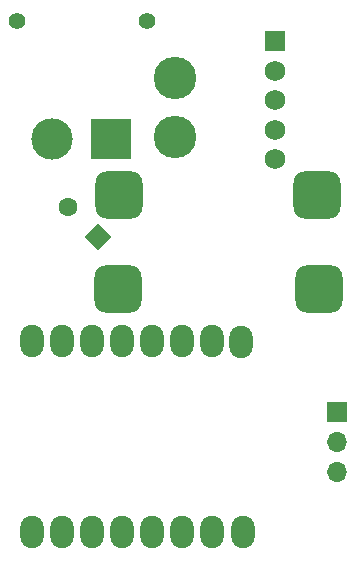
<source format=gbr>
%TF.GenerationSoftware,KiCad,Pcbnew,8.0.4*%
%TF.CreationDate,2025-04-14T17:42:23-04:00*%
%TF.ProjectId,Daisy_Board_Stepper,44616973-795f-4426-9f61-72645f537465,rev?*%
%TF.SameCoordinates,Original*%
%TF.FileFunction,Soldermask,Bot*%
%TF.FilePolarity,Negative*%
%FSLAX46Y46*%
G04 Gerber Fmt 4.6, Leading zero omitted, Abs format (unit mm)*
G04 Created by KiCad (PCBNEW 8.0.4) date 2025-04-14 17:42:23*
%MOMM*%
%LPD*%
G01*
G04 APERTURE LIST*
G04 Aperture macros list*
%AMRoundRect*
0 Rectangle with rounded corners*
0 $1 Rounding radius*
0 $2 $3 $4 $5 $6 $7 $8 $9 X,Y pos of 4 corners*
0 Add a 4 corners polygon primitive as box body*
4,1,4,$2,$3,$4,$5,$6,$7,$8,$9,$2,$3,0*
0 Add four circle primitives for the rounded corners*
1,1,$1+$1,$2,$3*
1,1,$1+$1,$4,$5*
1,1,$1+$1,$6,$7*
1,1,$1+$1,$8,$9*
0 Add four rect primitives between the rounded corners*
20,1,$1+$1,$2,$3,$4,$5,0*
20,1,$1+$1,$4,$5,$6,$7,0*
20,1,$1+$1,$6,$7,$8,$9,0*
20,1,$1+$1,$8,$9,$2,$3,0*%
%AMRotRect*
0 Rectangle, with rotation*
0 The origin of the aperture is its center*
0 $1 length*
0 $2 width*
0 $3 Rotation angle, in degrees counterclockwise*
0 Add horizontal line*
21,1,$1,$2,0,0,$3*%
G04 Aperture macros list end*
%ADD10C,1.400000*%
%ADD11R,3.500000X3.500000*%
%ADD12C,3.500000*%
%ADD13R,1.700000X1.700000*%
%ADD14O,1.700000X1.700000*%
%ADD15C,3.600000*%
%ADD16R,1.750000X1.750000*%
%ADD17C,1.750000*%
%ADD18RotRect,1.600000X1.600000X135.000000*%
%ADD19C,1.600000*%
%ADD20RoundRect,1.000000X1.000000X1.000000X-1.000000X1.000000X-1.000000X-1.000000X1.000000X-1.000000X0*%
%ADD21RoundRect,1.000000X-0.000010X0.375000X-0.000010X-0.375000X0.000010X-0.375000X0.000010X0.375000X0*%
G04 APERTURE END LIST*
D10*
%TO.C,J4*%
X78916000Y-55626000D03*
X89916000Y-55626000D03*
D11*
X86916000Y-65626000D03*
D12*
X81916000Y-65626000D03*
%TD*%
D13*
%TO.C,J8*%
X106045000Y-88773000D03*
D14*
X106045000Y-91313000D03*
X106045000Y-93852999D03*
%TD*%
D15*
%TO.C,J7*%
X92332600Y-65474400D03*
X92332600Y-60474400D03*
%TD*%
D16*
%TO.C,Jr1*%
X100761800Y-57335400D03*
D17*
X100761800Y-59835400D03*
X100761800Y-62335400D03*
X100761800Y-64835400D03*
X100761800Y-67335400D03*
%TD*%
D18*
%TO.C,C11*%
X85761500Y-73874300D03*
D19*
X83286626Y-71399426D03*
%TD*%
D20*
%TO.C,VR1*%
X87579200Y-70332600D03*
X87452200Y-78333600D03*
X104470200Y-78333600D03*
X104343200Y-70332600D03*
%TD*%
D21*
%TO.C,U1*%
X80176401Y-82738900D03*
X82716400Y-82738901D03*
X85256401Y-82738900D03*
X87796401Y-82738899D03*
X90336400Y-82738900D03*
X92876400Y-82738901D03*
X95416399Y-82738899D03*
X97915400Y-82792900D03*
X98042400Y-98921900D03*
X95416401Y-98903901D03*
X92876400Y-98903900D03*
X90336402Y-98903900D03*
X87796398Y-98903900D03*
X85256400Y-98903900D03*
X82716404Y-98903901D03*
X80176400Y-98903902D03*
%TD*%
M02*

</source>
